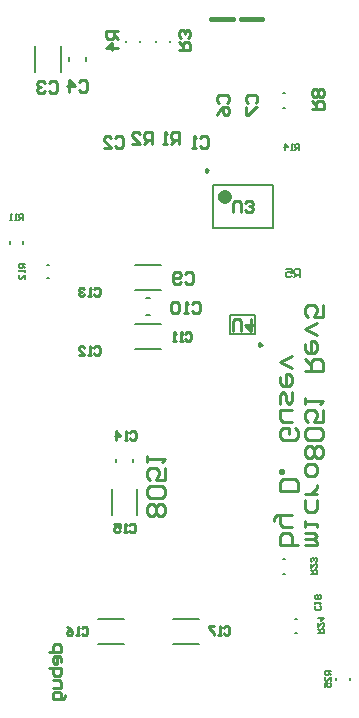
<source format=gbo>
G04*
G04 #@! TF.GenerationSoftware,Altium Limited,Altium Designer,21.0.9 (235)*
G04*
G04 Layer_Color=32896*
%FSLAX25Y25*%
%MOIN*%
G70*
G04*
G04 #@! TF.SameCoordinates,E5CA4AE1-0186-4FD9-A07E-2EFFEE8FE40E*
G04*
G04*
G04 #@! TF.FilePolarity,Positive*
G04*
G01*
G75*
%ADD10C,0.00787*%
%ADD11C,0.00984*%
%ADD12C,0.01000*%
%ADD13C,0.02362*%
%ADD15C,0.00500*%
%ADD91C,0.01575*%
D10*
X117717Y46752D02*
X118504D01*
X117717Y51673D02*
X118504D01*
X121653Y27264D02*
X122441D01*
X121653Y31791D02*
X122441D01*
X135531Y11417D02*
Y12205D01*
X140059Y11417D02*
Y12205D01*
X69193Y66535D02*
Y75197D01*
X60728Y66535D02*
Y75197D01*
X67815Y84055D02*
Y85236D01*
X62106Y84055D02*
Y85236D01*
X55945Y31791D02*
X64606D01*
X55945Y23327D02*
X64606D01*
X81063D02*
X89724D01*
X81063Y31791D02*
X89724D01*
X68504Y130217D02*
X77165D01*
X68504Y121752D02*
X77165D01*
X72244Y132972D02*
X73425D01*
X72244Y138681D02*
X73425D01*
X68504Y141437D02*
X77165D01*
X68504Y149902D02*
X77165D01*
X114370Y162008D02*
Y176575D01*
X94291Y162008D02*
Y176575D01*
Y162008D02*
X114370D01*
X94291Y176575D02*
X114370D01*
X100197Y126772D02*
X108465D01*
X100197Y133071D02*
X108465D01*
Y126772D02*
Y133071D01*
X100197Y126772D02*
Y133071D01*
X38976Y145374D02*
X39764D01*
X38976Y149902D02*
X39764D01*
X26673Y156890D02*
Y157677D01*
X31201Y156890D02*
Y157677D01*
X46358Y217913D02*
Y219094D01*
X52067Y217913D02*
Y219094D01*
X35138Y214173D02*
Y222835D01*
X43602Y214173D02*
Y222835D01*
X117717Y202264D02*
X118504D01*
X117717Y207185D02*
X118504D01*
X75492Y224213D02*
Y224606D01*
X80216Y224213D02*
Y224606D01*
X65453Y224213D02*
Y224606D01*
X70177Y224213D02*
Y224606D01*
D11*
X92815Y181299D02*
X92077Y181725D01*
Y180873D01*
X92815Y181299D01*
X110630Y123228D02*
X109892Y123654D01*
Y122802D01*
X110630Y123228D01*
D12*
X122738Y56394D02*
X116739D01*
Y59393D01*
X117739Y60392D01*
X118739D01*
X119738D01*
X120738Y59393D01*
Y56394D01*
Y62392D02*
X117739D01*
X116739Y63391D01*
Y66391D01*
X115740D01*
X114740Y65391D01*
Y64391D01*
X116739Y66391D02*
X120738D01*
X122738Y74388D02*
X116739D01*
Y77387D01*
X117739Y78387D01*
X121738D01*
X122738Y77387D01*
Y74388D01*
X116739Y80386D02*
X117739D01*
Y81386D01*
X116739D01*
Y80386D01*
X121738Y95381D02*
X122738Y94381D01*
Y92382D01*
X121738Y91382D01*
X117739D01*
X116739Y92382D01*
Y94381D01*
X117739Y95381D01*
X119738D01*
Y93382D01*
X120738Y97380D02*
X117739D01*
X116739Y98380D01*
Y101379D01*
X120738D01*
X116739Y103378D02*
Y106377D01*
X117739Y107377D01*
X118739Y106377D01*
Y104378D01*
X119738Y103378D01*
X120738Y104378D01*
Y107377D01*
X116739Y112376D02*
Y110376D01*
X117739Y109377D01*
X119738D01*
X120738Y110376D01*
Y112376D01*
X119738Y113375D01*
X118739D01*
Y109377D01*
X120738Y115375D02*
X116739Y117374D01*
X120738Y119373D01*
X125213Y56315D02*
X129211D01*
Y57315D01*
X128212Y58314D01*
X125213D01*
X128212D01*
X129211Y59314D01*
X128212Y60314D01*
X125213D01*
Y62313D02*
Y64312D01*
Y63313D01*
X129211D01*
Y62313D01*
Y71310D02*
Y68311D01*
X128212Y67311D01*
X126212D01*
X125213Y68311D01*
Y71310D01*
X129211Y73309D02*
X125213D01*
X127212D01*
X128212Y74309D01*
X129211Y75309D01*
Y76309D01*
X125213Y80307D02*
Y82306D01*
X126212Y83306D01*
X128212D01*
X129211Y82306D01*
Y80307D01*
X128212Y79308D01*
X126212D01*
X125213Y80307D01*
X130211Y85306D02*
X131211Y86305D01*
Y88305D01*
X130211Y89304D01*
X129211D01*
X128212Y88305D01*
X127212Y89304D01*
X126212D01*
X125213Y88305D01*
Y86305D01*
X126212Y85306D01*
X127212D01*
X128212Y86305D01*
X129211Y85306D01*
X130211D01*
X128212Y86305D02*
Y88305D01*
X130211Y91304D02*
X131211Y92303D01*
Y94303D01*
X130211Y95302D01*
X126212D01*
X125213Y94303D01*
Y92303D01*
X126212Y91304D01*
X130211D01*
X131211Y101300D02*
Y97302D01*
X128212D01*
X129211Y99301D01*
Y100301D01*
X128212Y101300D01*
X126212D01*
X125213Y100301D01*
Y98301D01*
X126212Y97302D01*
X125213Y103300D02*
Y105299D01*
Y104299D01*
X131211D01*
X130211Y103300D01*
X125213Y114296D02*
X131211D01*
Y117295D01*
X130211Y118295D01*
X128212D01*
X127212Y117295D01*
Y114296D01*
Y116296D02*
X125213Y118295D01*
Y123293D02*
Y121294D01*
X126212Y120294D01*
X128212D01*
X129211Y121294D01*
Y123293D01*
X128212Y124293D01*
X127212D01*
Y120294D01*
X129211Y126292D02*
X125213Y128292D01*
X129211Y130291D01*
X131211Y136289D02*
Y132290D01*
X128212D01*
X129211Y134290D01*
Y135289D01*
X128212Y136289D01*
X126212D01*
X125213Y135289D01*
Y133290D01*
X126212Y132290D01*
X77393Y65987D02*
X78393Y66987D01*
Y68986D01*
X77393Y69986D01*
X76393D01*
X75394Y68986D01*
X74394Y69986D01*
X73394D01*
X72395Y68986D01*
Y66987D01*
X73394Y65987D01*
X74394D01*
X75394Y66987D01*
X76393Y65987D01*
X77393D01*
X75394Y66987D02*
Y68986D01*
X77393Y71986D02*
X78393Y72985D01*
Y74985D01*
X77393Y75984D01*
X73394D01*
X72395Y74985D01*
Y72985D01*
X73394Y71986D01*
X77393D01*
X78393Y81982D02*
Y77984D01*
X75394D01*
X76393Y79983D01*
Y80983D01*
X75394Y81982D01*
X73394D01*
X72395Y80983D01*
Y78983D01*
X73394Y77984D01*
X72395Y83982D02*
Y85981D01*
Y84981D01*
X78393D01*
X77393Y83982D01*
X39699Y20733D02*
X43635D01*
Y22701D01*
X42979Y23357D01*
X41667D01*
X41011Y22701D01*
Y20733D01*
X43635Y17453D02*
Y18765D01*
X42979Y19421D01*
X41667D01*
X41011Y18765D01*
Y17453D01*
X41667Y16797D01*
X42323D01*
Y19421D01*
X39699Y15485D02*
X43635D01*
Y13517D01*
X42979Y12861D01*
X42323D01*
X41667D01*
X41011Y13517D01*
Y15485D01*
Y11549D02*
X42979D01*
X43635Y10893D01*
Y8926D01*
X41011D01*
X44947Y6302D02*
Y5646D01*
X44291Y4990D01*
X41011D01*
Y6958D01*
X41667Y7614D01*
X42979D01*
X43635Y6958D01*
Y4990D01*
X66568Y63123D02*
X67027Y63582D01*
X67945D01*
X68404Y63123D01*
Y61286D01*
X67945Y60827D01*
X67027D01*
X66568Y61286D01*
X65649Y60827D02*
X64731D01*
X65190D01*
Y63582D01*
X65649Y63123D01*
X61517Y63582D02*
X63354D01*
Y62205D01*
X62435Y62664D01*
X61976D01*
X61517Y62205D01*
Y61286D01*
X61976Y60827D01*
X62894D01*
X63354Y61286D01*
X101248Y127953D02*
Y131233D01*
X101904Y131889D01*
X103216D01*
X103872Y131233D01*
Y127953D01*
X107151Y131889D02*
Y127953D01*
X105183Y129921D01*
X107807D01*
X101051Y167324D02*
Y170603D01*
X101707Y171259D01*
X103019D01*
X103675Y170603D01*
Y167324D01*
X104987Y167979D02*
X105643Y167324D01*
X106955D01*
X107610Y167979D01*
Y168635D01*
X106955Y169291D01*
X106299D01*
X106955D01*
X107610Y169947D01*
Y170603D01*
X106955Y171259D01*
X105643D01*
X104987Y170603D01*
X127560Y201838D02*
X131495D01*
Y203806D01*
X130840Y204462D01*
X129528D01*
X128872Y203806D01*
Y201838D01*
Y203150D02*
X127560Y204462D01*
X130840Y205774D02*
X131495Y206430D01*
Y207742D01*
X130840Y208398D01*
X130183D01*
X129528Y207742D01*
X128872Y208398D01*
X128216D01*
X127560Y207742D01*
Y206430D01*
X128216Y205774D01*
X128872D01*
X129528Y206430D01*
X130183Y205774D01*
X130840D01*
X129528Y206430D02*
Y207742D01*
X62696Y227886D02*
X58760D01*
Y225918D01*
X59416Y225262D01*
X60728D01*
X61384Y225918D01*
Y227886D01*
Y226574D02*
X62696Y225262D01*
Y221983D02*
X58760D01*
X60728Y223950D01*
Y221326D01*
X82973Y221523D02*
X86909D01*
Y223491D01*
X86253Y224147D01*
X84941D01*
X84285Y223491D01*
Y221523D01*
Y222835D02*
X82973Y224147D01*
X86253Y225459D02*
X86909Y226115D01*
Y227427D01*
X86253Y228083D01*
X85597D01*
X84941Y227427D01*
Y226771D01*
Y227427D01*
X84285Y228083D01*
X83629D01*
X82973Y227427D01*
Y226115D01*
X83629Y225459D01*
X74146Y190158D02*
Y194094D01*
X72178D01*
X71522Y193438D01*
Y192126D01*
X72178Y191470D01*
X74146D01*
X72834D02*
X71522Y190158D01*
X67586D02*
X70210D01*
X67586Y192782D01*
Y193438D01*
X68242Y194094D01*
X69554D01*
X70210Y193438D01*
X83136Y190158D02*
Y194094D01*
X81168D01*
X80512Y193438D01*
Y192126D01*
X81168Y191470D01*
X83136D01*
X81824D02*
X80512Y190158D01*
X79200D02*
X77888D01*
X78544D01*
Y194094D01*
X79200Y193438D01*
X98024Y28871D02*
X98484Y29330D01*
X99402D01*
X99861Y28871D01*
Y27034D01*
X99402Y26575D01*
X98484D01*
X98024Y27034D01*
X97106Y26575D02*
X96188D01*
X96647D01*
Y29330D01*
X97106Y28871D01*
X94810Y29330D02*
X92974D01*
Y28871D01*
X94810Y27034D01*
Y26575D01*
X50662Y28675D02*
X51121Y29134D01*
X52039D01*
X52498Y28675D01*
Y26838D01*
X52039Y26379D01*
X51121D01*
X50662Y26838D01*
X49743Y26379D02*
X48825D01*
X49284D01*
Y29134D01*
X49743Y28675D01*
X45611Y29134D02*
X46529Y28675D01*
X47447Y27757D01*
Y26838D01*
X46988Y26379D01*
X46070D01*
X45611Y26838D01*
Y27297D01*
X46070Y27757D01*
X47447D01*
X66765Y93832D02*
X67224Y94291D01*
X68142D01*
X68601Y93832D01*
Y91995D01*
X68142Y91536D01*
X67224D01*
X66765Y91995D01*
X65846Y91536D02*
X64928D01*
X65387D01*
Y94291D01*
X65846Y93832D01*
X62173Y91536D02*
Y94291D01*
X63550Y92913D01*
X61714D01*
X54757Y141824D02*
X55216Y142283D01*
X56134D01*
X56593Y141824D01*
Y139987D01*
X56134Y139528D01*
X55216D01*
X54757Y139987D01*
X53838Y139528D02*
X52920D01*
X53379D01*
Y142283D01*
X53838Y141824D01*
X51543D02*
X51083Y142283D01*
X50165D01*
X49706Y141824D01*
Y141365D01*
X50165Y140905D01*
X50624D01*
X50165D01*
X49706Y140446D01*
Y139987D01*
X50165Y139528D01*
X51083D01*
X51543Y139987D01*
X54757Y122178D02*
X55216Y122637D01*
X56134D01*
X56593Y122178D01*
Y120342D01*
X56134Y119882D01*
X55216D01*
X54757Y120342D01*
X53838Y119882D02*
X52920D01*
X53379D01*
Y122637D01*
X53838Y122178D01*
X49706Y119882D02*
X51543D01*
X49706Y121719D01*
Y122178D01*
X50165Y122637D01*
X51083D01*
X51543Y122178D01*
X85203Y126903D02*
X85662Y127362D01*
X86581D01*
X87040Y126903D01*
Y125066D01*
X86581Y124607D01*
X85662D01*
X85203Y125066D01*
X84285Y124607D02*
X83366D01*
X83825D01*
Y127362D01*
X84285Y126903D01*
X81989Y124607D02*
X81071D01*
X81530D01*
Y127362D01*
X81989Y126903D01*
X87532Y136942D02*
X88188Y137598D01*
X89500D01*
X90156Y136942D01*
Y134318D01*
X89500Y133662D01*
X88188D01*
X87532Y134318D01*
X86220Y133662D02*
X84908D01*
X85564D01*
Y137598D01*
X86220Y136942D01*
X82940D02*
X82284Y137598D01*
X80972D01*
X80317Y136942D01*
Y134318D01*
X80972Y133662D01*
X82284D01*
X82940Y134318D01*
Y136942D01*
X85105Y146784D02*
X85761Y147440D01*
X87073D01*
X87729Y146784D01*
Y144160D01*
X87073Y143505D01*
X85761D01*
X85105Y144160D01*
X83793D02*
X83137Y143505D01*
X81825D01*
X81169Y144160D01*
Y146784D01*
X81825Y147440D01*
X83137D01*
X83793Y146784D01*
Y146128D01*
X83137Y145472D01*
X81169D01*
X105972Y203806D02*
X105316Y204462D01*
Y205773D01*
X105972Y206429D01*
X108595D01*
X109251Y205773D01*
Y204462D01*
X108595Y203806D01*
X105316Y202494D02*
Y199870D01*
X105972D01*
X108595Y202494D01*
X109251D01*
X96326Y203806D02*
X95670Y204462D01*
Y205773D01*
X96326Y206429D01*
X98950D01*
X99606Y205773D01*
Y204462D01*
X98950Y203806D01*
X95670Y199870D02*
X96326Y201182D01*
X97638Y202494D01*
X98950D01*
X99606Y201838D01*
Y200526D01*
X98950Y199870D01*
X98294D01*
X97638Y200526D01*
Y202494D01*
X49672Y210761D02*
X50328Y211417D01*
X51640D01*
X52296Y210761D01*
Y208137D01*
X51640Y207481D01*
X50328D01*
X49672Y208137D01*
X46392Y207481D02*
Y211417D01*
X48360Y209449D01*
X45736D01*
X39829Y210564D02*
X40485Y211220D01*
X41797D01*
X42453Y210564D01*
Y207940D01*
X41797Y207284D01*
X40485D01*
X39829Y207940D01*
X38517Y210564D02*
X37861Y211220D01*
X36549D01*
X35893Y210564D01*
Y209908D01*
X36549Y209252D01*
X37205D01*
X36549D01*
X35893Y208596D01*
Y207940D01*
X36549Y207284D01*
X37861D01*
X38517Y207940D01*
X61876Y192060D02*
X62532Y192716D01*
X63844D01*
X64500Y192060D01*
Y189436D01*
X63844Y188780D01*
X62532D01*
X61876Y189436D01*
X57941Y188780D02*
X60565D01*
X57941Y191404D01*
Y192060D01*
X58597Y192716D01*
X59909D01*
X60565Y192060D01*
X90158D02*
X90813Y192716D01*
X92125D01*
X92781Y192060D01*
Y189436D01*
X92125Y188780D01*
X90813D01*
X90158Y189436D01*
X88846Y188780D02*
X87534D01*
X88190D01*
Y192716D01*
X88846Y192060D01*
D13*
X99410Y172638D02*
X98965Y173561D01*
X97966Y173789D01*
X97164Y173150D01*
Y172125D01*
X97966Y171486D01*
X98965Y171714D01*
X99410Y172638D01*
D15*
X123129Y188189D02*
Y190157D01*
X122145D01*
X121817Y189829D01*
Y189173D01*
X122145Y188845D01*
X123129D01*
X122473D02*
X121817Y188189D01*
X121161D02*
X120505D01*
X120833D01*
Y190157D01*
X121161Y189829D01*
X118537Y188189D02*
Y190157D01*
X119521Y189173D01*
X118210D01*
X126969Y46786D02*
X128937D01*
Y47770D01*
X128609Y48098D01*
X127953D01*
X127625Y47770D01*
Y46786D01*
Y47442D02*
X126969Y48098D01*
Y50065D02*
Y48753D01*
X128281Y50065D01*
X128609D01*
X128937Y49737D01*
Y49082D01*
X128609Y48753D01*
Y50721D02*
X128937Y51049D01*
Y51705D01*
X128609Y52033D01*
X128281D01*
X127953Y51705D01*
Y51377D01*
Y51705D01*
X127625Y52033D01*
X127297D01*
X126969Y51705D01*
Y51049D01*
X127297Y50721D01*
X129987Y36254D02*
X130315Y35926D01*
Y35270D01*
X129987Y34942D01*
X128675D01*
X128347Y35270D01*
Y35926D01*
X128675Y36254D01*
X128347Y36910D02*
Y37565D01*
Y37238D01*
X130315D01*
X129987Y36910D01*
Y38550D02*
X130315Y38877D01*
Y39533D01*
X129987Y39861D01*
X129659D01*
X129331Y39533D01*
X129003Y39861D01*
X128675D01*
X128347Y39533D01*
Y38877D01*
X128675Y38550D01*
X129003D01*
X129331Y38877D01*
X129659Y38550D01*
X129987D01*
X129331Y38877D02*
Y39533D01*
X129528Y27101D02*
X131496D01*
Y28084D01*
X131168Y28413D01*
X130512D01*
X130184Y28084D01*
Y27101D01*
Y27757D02*
X129528Y28413D01*
Y30380D02*
Y29068D01*
X130840Y30380D01*
X131168D01*
X131496Y30052D01*
Y29396D01*
X131168Y29068D01*
X129528Y32020D02*
X131496D01*
X130512Y31036D01*
Y32348D01*
X133661Y14435D02*
X131693D01*
Y13451D01*
X132021Y13123D01*
X132677D01*
X133005Y13451D01*
Y14435D01*
Y13779D02*
X133661Y13123D01*
Y11155D02*
Y12467D01*
X132349Y11155D01*
X132021D01*
X131693Y11483D01*
Y12139D01*
X132021Y12467D01*
X131693Y9187D02*
Y10499D01*
X132677D01*
X132349Y9843D01*
Y9515D01*
X132677Y9187D01*
X133333D01*
X133661Y9515D01*
Y10171D01*
X133333Y10499D01*
X31889Y150098D02*
X29922D01*
Y149114D01*
X30250Y148786D01*
X30906D01*
X31234Y149114D01*
Y150098D01*
Y149442D02*
X31889Y148786D01*
Y148130D02*
Y147474D01*
Y147802D01*
X29922D01*
X30250Y148130D01*
X31889Y145178D02*
Y146490D01*
X30577Y145178D01*
X30250D01*
X29922Y145506D01*
Y146162D01*
X30250Y146490D01*
X31069Y164764D02*
Y166732D01*
X30085D01*
X29757Y166404D01*
Y165748D01*
X30085Y165420D01*
X31069D01*
X30413D02*
X29757Y164764D01*
X29101D02*
X28445D01*
X28773D01*
Y166732D01*
X29101Y166404D01*
X27461Y164764D02*
X26805D01*
X27133D01*
Y166732D01*
X27461Y166404D01*
X123359Y145670D02*
Y148425D01*
X121981D01*
X121522Y147966D01*
Y147047D01*
X121981Y146588D01*
X123359D01*
X122441D02*
X121522Y145670D01*
X118767Y148425D02*
X120604D01*
Y147047D01*
X119685Y147506D01*
X119226D01*
X118767Y147047D01*
Y146129D01*
X119226Y145670D01*
X120145D01*
X120604Y146129D01*
D91*
X93898Y231693D02*
X100984D01*
X103740D02*
X110827D01*
M02*

</source>
